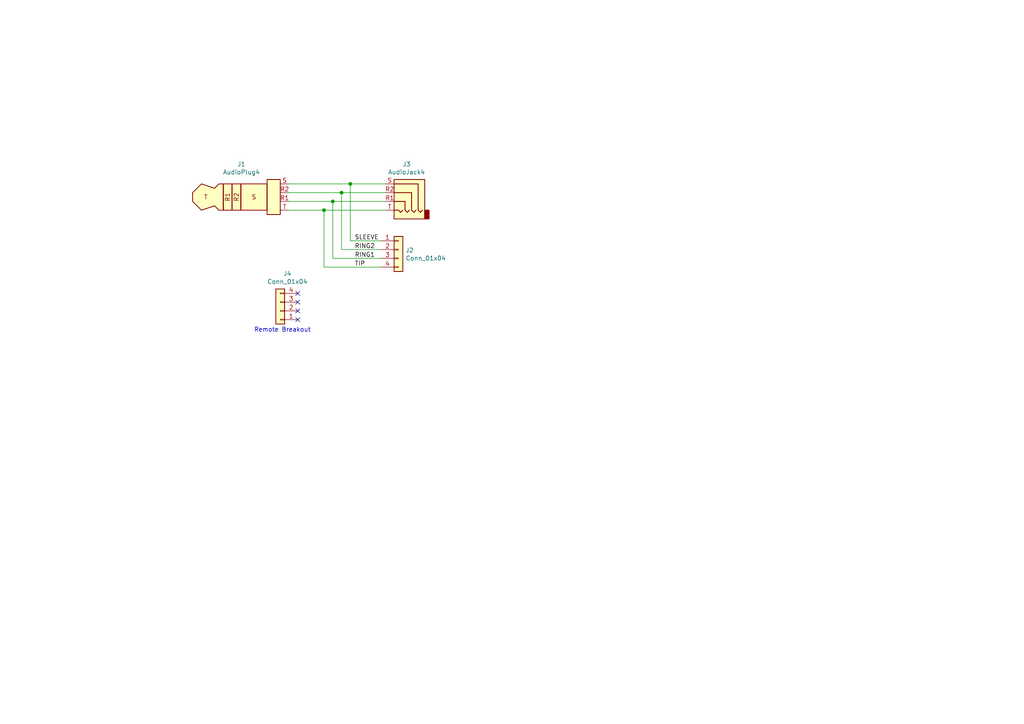
<source format=kicad_sch>
(kicad_sch (version 20230121) (generator eeschema)
  (paper "A4")
  (lib_symbols
    (symbol "Connector_Generic:Conn_01x04" (pin_names (offset 1.016) hide)
      (property "Reference" "J" (at 0 5.08 0))
      (property "Value" "Conn_01x04" (at 0 -7.62 0))
      (symbol "Conn_01x04_1_1"
        (rectangle (start -1.27 -4.953) (end 0 -5.207) (stroke (width 0.1524)))
        (rectangle (start -1.27 -2.413) (end 0 -2.667) (stroke (width 0.1524)))
        (rectangle (start -1.27 0.127) (end 0 -0.127) (stroke (width 0.1524)))
        (rectangle (start -1.27 2.667) (end 0 2.413) (stroke (width 0.1524)))
        (rectangle (start -1.27 3.81) (end 1.27 -6.35) (stroke (width 0.254)) (fill (type background)))
        (pin passive line (at -5.08 2.54 0) (length 3.81) (name "Pin_1") (number "1"))
        (pin passive line (at -5.08 0 0) (length 3.81) (name "Pin_2") (number "2"))
        (pin passive line (at -5.08 -2.54 0) (length 3.81) (name "Pin_3") (number "3"))
        (pin passive line (at -5.08 -5.08 0) (length 3.81) (name "Pin_4") (number "4"))
      )
    )
    (symbol "headphone_breakout_4th_gen-rescue:AudioJack4-Connector"
      (property "Reference" "J" (at 0 8.89 0))
      (property "Value" "Connector_AudioJack4" (at 0 6.35 0))
      (symbol "AudioJack4-Connector_0_1"
        (rectangle (start -6.35 -5.08) (end -7.62 -7.62) (stroke (width 0.254)) (fill (type outline)))
        (polyline (pts (xy 0 -5.08) (xy 0.635 -5.715) (xy 1.27 -5.08) (xy 2.54 -5.08)) (stroke (width 0.254)))
        (polyline (pts (xy -5.715 -5.08) (xy -5.08 -5.715) (xy -4.445 -5.08) (xy -4.445 2.54) (xy 2.54 2.54)) (stroke (width 0.254)))
        (polyline (pts (xy -1.905 -5.08) (xy -1.27 -5.715) (xy -0.635 -5.08) (xy -0.635 -2.54) (xy 2.54 -2.54)) (stroke (width 0.254)))
        (polyline (pts (xy 2.54 0) (xy -2.54 0) (xy -2.54 -5.08) (xy -3.175 -5.715) (xy -3.81 -5.08)) (stroke (width 0.254)))
        (rectangle (start 2.54 3.81) (end -6.35 -7.62) (stroke (width 0.254)) (fill (type background)))
      )
      (symbol "AudioJack4-Connector_1_1"
        (pin passive line (at 5.08 -2.54 180) (length 2.54) (name "~") (number "R1"))
        (pin passive line (at 5.08 0 180) (length 2.54) (name "~") (number "R2"))
        (pin passive line (at 5.08 2.54 180) (length 2.54) (name "~") (number "S"))
        (pin passive line (at 5.08 -5.08 180) (length 2.54) (name "~") (number "T"))
      )
    )
    (symbol "headphone_breakout_4th_gen-rescue:AudioPlug4-Connector"
      (property "Reference" "J" (at 10.16 5.08 0))
      (property "Value" "Connector_AudioPlug4" (at 11.43 -7.62 0))
      (symbol "AudioPlug4-Connector_0_0"
        (text "R1" (at -2.54 -1.27 900) (effects (font (size 1.27 1.27))))
        (text "R2" (at 0 -1.27 900) (effects (font (size 1.27 1.27))))
        (text "S" (at 5.08 -1.27 0) (effects (font (size 1.27 1.27))))
        (text "T" (at -8.89 -1.27 0) (effects (font (size 1.27 1.27))))
      )
      (symbol "AudioPlug4-Connector_0_1"
        (rectangle (start -1.27 2.54) (end -3.81 -5.08) (stroke (width 0.254)) (fill (type background)))
        (polyline (pts (xy -3.81 2.54) (xy -5.08 2.54) (xy -6.35 1.27) (xy -10.16 2.54) (xy -12.7 0) (xy -12.7 -2.54) (xy -10.16 -5.08) (xy -6.35 -3.81) (xy -5.08 -5.08) (xy -3.81 -5.08) (xy -3.81 2.54)) (stroke (width 0.254)) (fill (type background)))
        (rectangle (start 1.27 2.54) (end -1.27 -5.08) (stroke (width 0.254)) (fill (type background)))
        (rectangle (start 1.27 2.54) (end 8.89 -5.08) (stroke (width 0.254)) (fill (type background)))
        (rectangle (start 12.7 3.81) (end 8.89 -6.35) (stroke (width 0.254)) (fill (type background)))
      )
      (symbol "AudioPlug4-Connector_1_1"
        (pin passive line (at 15.24 -2.54 180) (length 2.54) (name "~") (number "R1"))
        (pin passive line (at 15.24 0 180) (length 2.54) (name "~") (number "R2"))
        (pin passive line (at 15.24 2.54 180) (length 2.54) (name "~") (number "S"))
        (pin passive line (at 15.24 -5.08 180) (length 2.54) (name "~") (number "T"))
      )
    )
  )
  (junction (at 101.6 53.34))
  (junction (at 96.52 58.42))
  (junction (at 93.98 60.96))
  (junction (at 99.06 55.88))
  (no_connect (at 86.36 92.71))
  (no_connect (at 86.36 90.17))
  (no_connect (at 86.36 85.09))
  (no_connect (at 86.36 87.63))
  (wire (pts (xy 93.98 77.47) (xy 93.98 60.96)))
  (wire (pts (xy 93.98 60.96) (xy 111.76 60.96)))
  (wire (pts (xy 96.52 74.93) (xy 110.49 74.93)))
  (wire (pts (xy 83.82 53.34) (xy 101.6 53.34)))
  (wire (pts (xy 99.06 55.88) (xy 111.76 55.88)))
  (wire (pts (xy 101.6 69.85) (xy 101.6 53.34)))
  (wire (pts (xy 83.82 55.88) (xy 99.06 55.88)))
  (wire (pts (xy 83.82 58.42) (xy 96.52 58.42)))
  (wire (pts (xy 96.52 58.42) (xy 111.76 58.42)))
  (wire (pts (xy 101.6 53.34) (xy 111.76 53.34)))
  (wire (pts (xy 93.98 77.47) (xy 110.49 77.47)))
  (wire (pts (xy 99.06 72.39) (xy 99.06 55.88)))
  (wire (pts (xy 101.6 69.85) (xy 110.49 69.85)))
  (wire (pts (xy 96.52 74.93) (xy 96.52 58.42)))
  (wire (pts (xy 99.06 72.39) (xy 110.49 72.39)))
  (wire (pts (xy 83.82 60.96) (xy 93.98 60.96)))
  (text "Remote Breakout\n" (at 73.66 96.52 0) (effects (font (size 1.27 1.27)) (justify left bottom)))
  (label "SLEEVE" (at 102.87 69.85 0))
  (label "TIP" (at 102.87 77.47 0))
  (label "RING2" (at 102.87 72.39 0))
  (label "RING1" (at 102.87 74.93 0))
  (symbol (lib_id "headphone_breakout_4th_gen-rescue:AudioPlug4-Connector") (at 68.58 55.88 0) (unit 1)
    (property "Reference" "J1" (at 70.0278 47.625 0))
    (property "Value" "AudioPlug4" (at 70.0278 49.9364 0))
    (property "Footprint" "Gigahawk:54-00035" (effects hide))
  )
  (symbol (lib_id "headphone_breakout_4th_gen-rescue:AudioJack4-Connector") (at 116.84 55.88 0) (mirror y) (unit 1)
    (property "Reference" "J3" (at 117.9322 47.625 0))
    (property "Value" "AudioJack4" (at 117.9322 49.9364 0))
    (property "Footprint" "Gigahawk:54-00174" (effects hide))
  )
  (symbol (lib_id "Connector_Generic:Conn_01x04") (at 115.57 72.39 0) (unit 1)
    (property "Reference" "J2" (at 117.602 72.5932 0) (effects (justify left)))
    (property "Value" "Conn_01x04" (at 117.602 74.9046 0) (effects (justify left)))
    (property "Footprint" "Connector_PinHeader_2.54mm:PinHeader_1x04_P2.54mm_Vertical" (effects hide))
  )
  (symbol (lib_id "Connector_Generic:Conn_01x04") (at 81.28 90.17 180) (unit 1)
    (property "Reference" "J4" (at 83.3628 79.375 0))
    (property "Value" "Conn_01x04" (at 83.3628 81.6864 0))
    (property "Footprint" "Gigahawk:IPOD_4TH_REMOTE_BREAKOUT" (effects hide))
  )
)
</source>
